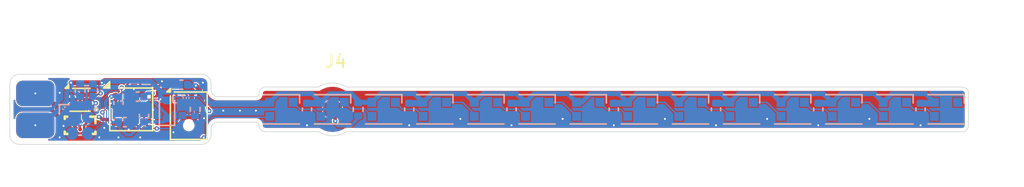
<source format=kicad_pcb>
(kicad_pcb (version 20240108) (generator "pcbnew") (generator_version "8.0")
  (layers (0 "F.Cu" signal) (31 "B.Cu" signal) (34 "B.Paste" user) (35 "F.Paste" user) (36 "B.SilkS" user "B.Silkscreen") (37 "F.SilkS" user "F.Silkscreen") (38 "B.Mask" user) (39 "F.Mask" user) (44 "Edge.Cuts" user))
  (net 0 "")
  (net 1 "Net-(U2-BAT)")
  (net 2 "-BATT")
  (net 3 "VDD")
  (net 4 "GND")
  (net 5 "Net-(D1-DOUT)")
  (net 6 "LED_D")
  (net 7 "+BATT")
  (net 8 "Net-(D2-DOUT)")
  (net 9 "Net-(D3-DOUT)")
  (net 10 "Net-(D4-DOUT)")
  (net 11 "Net-(D5-DOUT)")
  (net 12 "Net-(D6-DOUT)")
  (net 13 "Net-(D7-DOUT)")
  (net 14 "LED_SNS")
  (net 15 "SPI_CLK")
  (net 16 "SPI_MISO")
  (net 17 "Net-(J4-Pin_1)")
  (net 27 "SWDIO")
  (net 44 "SWCLK")
  (net 52 "Net-(U2-Dout)")
  (net 53 "Net-(U2-Cout)")
  (net 55 "Net-(D11-DIN)")
  (net 56 "Net-(D11-DOUT)")
  (net 57 "Net-(D12-DOUT)")
  (net 58 "Net-(D13-DOUT)")
  (net 59 "Net-(D14-DOUT)")
  (net 60 "Net-(D15-DOUT)")
  (footprint "Package_CSP:ST_WLCSP-49_Die435" (layer "F.Cu") (at 174.5 71)
    (property "Reference" "U1" (hide yes))
    (property "Value" "STM32L431CCYx")
  )
  (footprint "SolderPads:Battery" (layer "F.Cu") (at 167 71 180)
    (property "Reference" "J1" (hide yes))
    (property "Value" "Battery")
  )
  (footprint "CSD83325L:YJE0006A" (layer "F.Cu") (at 170.5 72.25 -90)
    (property "Reference" "U3" (hide yes))
    (property "Value" "CSD83325L")
  )
  (footprint "Package_SON:WSON-6_1.5x1.5mm_P0.5mm" (layer "F.Cu") (at 170.5 70.25)
    (property "Reference" "U2" (hide yes))
    (property "Value" "BQ297xy")
  )
  (footprint "Sensor_Audio:Knowles_LGA-5_3.5x2.65mm" (layer "F.Cu") (at 179 71.5)
    (property "Reference" "MK1" (hide yes))
    (property "Value" "SPH0641LU4H-1")
  )
  (footprint "SolderPads:MageneticChargeConnector" (layer "F.Cu") (at 190.25 71)
    (property "Reference" "J4")
    (property "Value" "Charge")
  )
  (footprint "LED_SMD:LED_0402_1005Metric" (layer "B.Cu") (at 178.5 71 -90)
    (property "Reference" "D9" (hide yes))
    (property "Value" "0402")
  )
  (footprint "LED_SMD:LED_WS2812B-2020_PLCC4_2.0x2.0mm" (layer "B.Cu") (at 214.25 71 180)
    (property "Reference" "D8" (hide yes))
    (property "Value" "WS2812B-2020")
  )
  (footprint "Resistor_SMD:R_0402_1005Metric" (layer "B.Cu") (at 179.5 71 90)
    (property "Reference" "R1" (hide yes))
    (property "Value" "1M")
  )
  (footprint "Capacitor_SMD:C_0402_1005Metric" (layer "B.Cu") (at 188.25 71 -90)
    (property "Reference" "C7" (hide yes))
    (property "Value" "100n")
  )
  (footprint "Capacitor_SMD:C_0402_1005Metric" (layer "B.Cu") (at 175 70 180)
    (property "Reference" "C5" (hide yes))
    (property "Value" "100n")
  )
  (footprint "Resistor_SMD:R_0402_1005Metric" (layer "B.Cu") (at 170.5 69.5 90)
    (property "Reference" "R3" (hide yes))
    (property "Value" "330")
  )
  (footprint "Capacitor_SMD:C_0402_1005Metric" (layer "B.Cu") (at 175.5 71.5 90)
    (property "Reference" "C3" (hide yes))
    (property "Value" "100n")
  )
  (footprint "Capacitor_SMD:C_0402_1005Metric" (layer "B.Cu") (at 204.25 71 -90)
    (property "Reference" "C9" (hide yes))
    (property "Value" "100n")
  )
  (footprint "LED_SMD:LED_WS2812B-2020_PLCC4_2.0x2.0mm" (layer "B.Cu") (at 202.25 71 180)
    (property "Reference" "D5" (hide yes))
    (property "Value" "WS2812B-2020")
  )
  (footprint "Resistor_SMD:R_0402_1005Metric" (layer "B.Cu") (at 192.25 71 -90)
    (property "Reference" "R2" (hide yes))
    (property "Value" "120")
  )
  (footprint "Capacitor_SMD:C_0402_1005Metric" (layer "B.Cu") (at 228.25 71 -90)
    (property "Reference" "C12" (hide yes))
    (property "Value" "100n")
  )
  (footprint "SolderPads:BGA-4_2x2_3.0x3.0mm" (layer "B.Cu") (at 170.5 72.25 180)
    (property "Reference" "J2" (hide yes))
    (property "Value" "Debug" (hide yes))
  )
  (footprint "LED_SMD:LED_WS2812B-2020_PLCC4_2.0x2.0mm" (layer "B.Cu") (at 226.25 71 180)
    (property "Reference" "D13" (hide yes))
    (property "Value" "WS2812B-2020")
  )
  (footprint "LED_SMD:LED_WS2812B-2020_PLCC4_2.0x2.0mm" (layer "B.Cu") (at 190.25 71 180)
    (property "Reference" "D2" (hide yes))
    (property "Value" "WS2812B-2020")
  )
  (footprint "Capacitor_SMD:C_0402_1005Metric" (layer "B.Cu") (at 173.5 70.5 -90)
    (property "Reference" "C2" (hide yes))
    (property "Value" "100n")
  )
  (footprint "LED_SMD:LED_WS2812B-2020_PLCC4_2.0x2.0mm" (layer "B.Cu") (at 230.25 71 180)
    (property "Reference" "D14" (hide yes))
    (property "Value" "WS2812B-2020")
  )
  (footprint "Diode_SMD:D_SOD-523" (layer "B.Cu") (at 177.3 71 90)
    (property "Reference" "D10" (hide yes))
    (property "Value" "D_Small")
  )
  (footprint "Capacitor_SMD:C_0402_1005Metric" (layer "B.Cu") (at 171.5 69.5 -90)
    (property "Reference" "C1" (hide yes))
    (property "Value" "100n")
  )
  (footprint "Capacitor_SMD:C_0402_1005Metric" (layer "B.Cu") (at 196.25 71 -90)
    (property "Reference" "C8" (hide yes))
    (property "Value" "100n")
  )
  (footprint "Capacitor_SMD:C_0402_1005Metric" (layer "B.Cu") (at 178.42 69.07 180)
    (property "Reference" "C6" (hide yes))
    (property "Value" "100n")
  )
  (footprint "Capacitor_SMD:C_0402_1005Metric" (layer "B.Cu") (at 220.25 71 -90)
    (property "Reference" "C13" (hide yes))
    (property "Value" "100n")
  )
  (footprint "SolderPads:Battery" (layer "B.Cu") (at 167 71 180)
    (property "Reference" "J3" (hide yes))
    (property "Value" "Battery")
  )
  (footprint "LED_SMD:LED_WS2812B-2020_PLCC4_2.0x2.0mm" (layer "B.Cu") (at 238.25 71 180)
    (property "Reference" "D16" (hide yes))
    (property "Value" "WS2812B-2020")
  )
  (footprint "LED_SMD:LED_WS2812B-2020_PLCC4_2.0x2.0mm" (layer "B.Cu") (at 210.25 71 180)
    (property "Reference" "D7" (hide yes))
    (property "Value" "WS2812B-2020")
  )
  (footprint "LED_SMD:LED_WS2812B-2020_PLCC4_2.0x2.0mm" (layer "B.Cu") (at 234.25 71 180)
    (property "Reference" "D15" (hide yes))
    (property "Value" "WS2812B-2020")
  )
  (footprint "LED_SMD:LED_WS2812B-2020_PLCC4_2.0x2.0mm" (layer "B.Cu") (at 198.25 71 180)
    (property "Reference" "D4" (hide yes))
    (property "Value" "WS2812B-2020")
  )
  (footprint "Capacitor_SMD:C_0402_1005Metric" (layer "B.Cu") (at 236.25 71 -90)
    (property "Reference" "C11" (hide yes))
    (property "Value" "100n")
  )
  (footprint "LED_SMD:LED_WS2812B-2020_PLCC4_2.0x2.0mm" (layer "B.Cu") (at 186.25 71 180)
    (property "Reference" "D1" (hide yes))
    (property "Value" "WS2812B-2020")
  )
  (footprint "LED_SMD:LED_WS2812B-2020_PLCC4_2.0x2.0mm" (layer "B.Cu") (at 206.25 71 180)
    (property "Reference" "D6" (hide yes))
    (property "Value" "WS2812B-2020")
  )
  (footprint "LED_SMD:LED_WS2812B-2020_PLCC4_2.0x2.0mm" (layer "B.Cu") (at 222.25 71 180)
    (property "Reference" "D12" (hide yes))
    (property "Value" "WS2812B-2020")
  )
  (footprint "LED_SMD:LED_WS2812B-2020_PLCC4_2.0x2.0mm" (layer "B.Cu") (at 218.25 71 180)
    (property "Reference" "D11" (hide yes))
    (property "Value" "WS2812B-2020")
  )
  (footprint "Capacitor_SMD:C_0402_1005Metric" (layer "B.Cu") (at 174 72)
    (property "Reference" "C4" (hide yes))
    (property "Value" "100n")
  )
  (footprint "LED_SMD:LED_WS2812B-2020_PLCC4_2.0x2.0mm" (layer "B.Cu") (at 194.25 71 180)
    (property "Reference" "D3" (hide yes))
    (property "Value" "WS2812B-2020")
  )
  (footprint "Capacitor_SMD:C_0402_1005Metric" (layer "B.Cu") (at 212.25 71 -90)
    (property "Reference" "C10" (hide yes))
    (property "Value" "100n")
  )
  (gr_arc (start 184.25 72) (mid 184.426777 72.073223) (end 184.5 72.25) (stroke (width 0.05)) (layer "Edge.Cuts"))
  (gr_arc (start 180.75 73) (mid 180.53033 73.53033) (end 180 73.75) (stroke (width 0.05)) (layer "Edge.Cuts"))
  (gr_line (start 181.25 70) (end 184.25 70) (stroke (width 0.05)) (layer "Edge.Cuts"))
  (gr_line (start 184.25 72) (end 181.25 72) (stroke (width 0.05)) (layer "Edge.Cuts"))
  (gr_arc (start 180.75 72.5) (mid 180.896447 72.146447) (end 181.25 72) (stroke (width 0.05)) (layer "Edge.Cuts"))
  (gr_line (start 191.35 69.250001) (end 239.5 69.25) (stroke (width 0.05)) (layer "Edge.Cuts"))
  (gr_line (start 165 73) (end 165 69) (stroke (width 0.05)) (layer "Edge.Cuts"))
  (gr_line (start 180 73.75) (end 165.75 73.75) (stroke (width 0.05)) (layer "Edge.Cuts"))
  (gr_arc (start 185 72.75) (mid 184.646447 72.603553) (end 184.5 72.25) (stroke (width 0.05)) (layer "Edge.Cuts"))
  (gr_arc (start 189.15 69.250001) (mid 190.25 68.932998) (end 191.35 69.250001) (stroke (width 0.05)) (layer "Edge.Cuts"))
  (gr_arc (start 180 68.25) (mid 180.53033 68.46967) (end 180.75 69) (stroke (width 0.05)) (layer "Edge.Cuts"))
  (gr_arc (start 181.25 70) (mid 180.896447 69.853553) (end 180.75 69.5) (stroke (width 0.05)) (layer "Edge.Cuts"))
  (gr_line (start 240 69.75) (end 240 72.25) (stroke (width 0.05)) (layer "Edge.Cuts"))
  (gr_line (start 189.149999 72.749999) (end 185 72.75) (stroke (width 0.05)) (layer "Edge.Cuts"))
  (gr_arc (start 191.35 72.749999) (mid 190.25 73.067002) (end 189.149999 72.749999) (stroke (width 0.05)) (layer "Edge.Cuts"))
  (gr_line (start 239.5 72.75) (end 191.35 72.749999) (stroke (width 0.05)) (layer "Edge.Cuts"))
  (gr_arc (start 165 69) (mid 165.21967 68.46967) (end 165.75 68.25) (stroke (width 0.05)) (layer "Edge.Cuts"))
  (gr_line (start 180.75 69.5) (end 180.75 69) (stroke (width 0.05)) (layer "Edge.Cuts"))
  (gr_arc (start 184.5 69.75) (mid 184.646447 69.396447) (end 185 69.25) (stroke (width 0.05)) (layer "Edge.Cuts"))
  (gr_arc (start 240 72.25) (mid 239.853553 72.603553) (end 239.5 72.75) (stroke (width 0.05)) (layer "Edge.Cuts"))
  (gr_arc (start 184.5 69.75) (mid 184.426777 69.926777) (end 184.25 70) (stroke (width 0.05)) (layer "Edge.Cuts"))
  (gr_line (start 180.75 72.5) (end 180.75 73) (stroke (width 0.05)) (layer "Edge.Cuts"))
  (gr_arc (start 239.5 69.25) (mid 239.853553 69.396447) (end 240 69.75) (stroke (width 0.05)) (layer "Edge.Cuts"))
  (gr_arc (start 165.75 73.75) (mid 165.21967 73.53033) (end 165 73) (stroke (width 0.05)) (layer "Edge.Cuts"))
  (gr_line (start 165.75 68.25) (end 180 68.25) (stroke (width 0.05)) (layer "Edge.Cuts"))
  (gr_line (start 189.15 69.250001) (end 185 69.25) (stroke (width 0.05)) (layer "Edge.Cuts"))
  (segment (start 172.1 69.75) (end 172.04 69.81) (width 0.127) (layer "F.Cu") (net 1))
  (segment (start 171.45 70.25) (end 171.075 70.25) (width 0.127) (layer "F.Cu") (net 1))
  (segment (start 172.04 69.81) (end 171.89 69.81) (width 0.127) (layer "F.Cu") (net 1))
  (segment (start 171.89 69.81) (end 171.45 70.25) (width 0.127) (layer "F.Cu") (net 1))
  (via (at 172.1 69.75) (size 0.35) (drill 0.15) (layers "F.Cu" "B.Cu") (net 1))
  (segment (start 170.53 69.02) (end 170.5 68.99) (width 0.127) (layer "B.Cu") (net 1))
  (segment (start 172.1 69.62) (end 171.5 69.02) (width 0.127) (layer "B.Cu") (net 1))
  (segment (start 172.1 69.75) (end 172.1 69.62) (width 0.127) (layer "B.Cu") (net 1))
  (segment (start 171.5 69.02) (end 170.53 69.02) (width 0.127) (layer "B.Cu") (net 1))
  (segment (start 169.7625 71.924999) (end 169.850001 71.924999) (width 0.381) (layer "F.Cu") (net 2))
  (segment (start 170.630519 72.8901) (end 170.815099 72.70552) (width 0.1778) (layer "F.Cu") (net 2))
  (segment (start 170.1651 72.685719) (end 170.369481 72.8901) (width 0.1778) (layer "F.Cu") (net 2))
  (segment (start 171.49 70.75) (end 171.075 70.75) (width 0.127) (layer "F.Cu") (net 2))
  (segment (start 170.815099 72.70552) (end 170.815099 72.259901) (width 0.1778) (layer "F.Cu") (net 2))
  (segment (start 167 69.75) (end 167.587501 69.75) (width 0.381) (layer "F.Cu") (net 2))
  (segment (start 167.587501 69.75) (end 169.7625 71.924999) (width 0.381) (layer "F.Cu") (net 2))
  (segment (start 171.075 71.849998) (end 171.150001 71.924999) (width 0.127) (layer "F.Cu") (net 2))
  (segment (start 171.72 70.52) (end 171.49 70.75) (width 0.127) (layer "F.Cu") (net 2))
  (segment (start 169.850001 72.129383) (end 170.1651 72.444482) (width 0.1778) (layer "F.Cu") (net 2))
  (segment (start 170.369481 72.8901) (end 170.630519 72.8901) (width 0.1778) (layer "F.Cu") (net 2))
  (segment (start 169.850001 71.924999) (end 169.850001 72.129383) (width 0.1778) (layer "F.Cu") (net 2))
  (segment (start 170.1651 72.444482) (end 170.1651 72.685719) (width 0.1778) (layer "F.Cu") (net 2))
  (segment (start 167 69.75) (end 167.323289 70.073289) (width 0.381) (layer "F.Cu") (net 2))
  (segment (start 171.075 70.75) (end 171.075 71.849998) (width 0.127) (layer "F.Cu") (net 2))
  (segment (start 170.815099 72.259901) (end 171.150001 71.924999) (width 0.1778) (layer "F.Cu") (net 2))
  (via (at 167 69.75) (size 0.35) (drill 0.15) (layers "F.Cu" "B.Cu") (net 2))
  (via (at 171.72 70.52) (size 0.35) (drill 0.15) (layers "F.Cu" "B.Cu") (net 2))
  (segment (start 171.5 70.3) (end 171.5 69.98) (width 0.127) (layer "B.Cu") (net 2))
  (segment (start 171.72 70.52) (end 171.5 70.3) (width 0.127) (layer "B.Cu") (net 2))
  (segment (start 173.14 69.8) (end 173.3 69.8) (width 0.127) (layer "F.Cu") (net 3))
  (segment (start 173.06 72.2) (end 172.87 72.01) (width 0.127) (layer "F.Cu") (net 3))
  (segment (start 172.031187 71.589701) (end 172.239486 71.798) (width 0.254) (layer "F.Cu") (net 3))
  (segment (start 172.239486 71.798) (end 172.658 71.798) (width 0.254) (layer "F.Cu") (net 3))
  (segment (start 179.8375 70.196) (end 179.8375 69.4275) (width 0.381) (layer "F.Cu") (net 3))
  (segment (start 180.6 70.9585) (end 179.8375 70.196) (width 0.127) (layer "F.Cu") (net 3))
  (segment (start 172.95 69.99) (end 173.14 69.8) (width 0.127) (layer "F.Cu") (net 3))
  (segment (start 179.8375 69.4275) (end 179.55 69.14) (width 0.381) (layer "F.Cu") (net 3))
  (segment (start 176.086956 69.8) (end 176.155231 69.731725) (width 0.127) (layer "F.Cu") (net 3))
  (segment (start 180.6 71.13) (end 180.6 70.9585) (width 0.127) (layer "F.Cu") (net 3))
  (segment (start 173.3 72.2) (end 173.06 72.2) (width 0.127) (layer "F.Cu") (net 3))
  (segment (start 175.7 71.8) (end 175.97 71.8) (width 0.127) (layer "F.Cu") (net 3))
  (segment (start 175.97 71.8) (end 176.15 71.98) (width 0.127) (layer "F.Cu") (net 3))
  (segment (start 171.968071 71.589701) (end 172.031187 71.589701) (width 0.254) (layer "F.Cu") (net 3))
  (segment (start 172.658 71.798) (end 172.87 72.01) (width 0.254) (layer "F.Cu") (net 3))
  (segment (start 175.7 69.8) (end 176.086956 69.8) (width 0.127) (layer "F.Cu") (net 3))
  (via (at 176.155231 69.731725) (size 0.35) (drill 0.15) (layers "F.Cu" "B.Cu") (net 3))
  (via (at 172.95 69.99) (size 0.35) (drill 0.15) (layers "F.Cu" "B.Cu") (net 3))
  (via (at 171.968071 71.589701) (size 0.35) (drill 0.15) (layers "F.Cu" "B.Cu") (net 3))
  (via (at 180.6 71.13) (size 0.35) (drill 0.15) (layers "F.Cu" "B.Cu") (net 3))
  (via (at 172.87 72.01) (size 0.35) (drill 0.15) (layers "F.Cu" "B.Cu") (net 3))
  (via (at 179.55 69.14) (size 0.35) (drill 0.15) (layers "F.Cu" "B.Cu") (net 3))
  (via (at 176.15 71.98) (size 0.35) (drill 0.15) (layers "F.Cu" "B.Cu") (net 3))
  (segment (start 176.155231 70.293745) (end 176.155231 69.731725) (width 0.254) (layer "B.Cu") (net 3))
  (segment (start 172.84 71.038514) (end 172.84 71.98) (width 0.254) (layer "B.Cu") (net 3))
  (segment (start 179.783026 70) (end 180.4103 70.627274) (width 0.127) (layer "B.Cu") (net 3))
  (segment (start 180.4103 70.627274) (end 180.4103 70.9403) (width 0.127) (layer "B.Cu") (net 3))
  (segment (start 176.155231 69.731725) (end 175.748275 69.731725) (width 0.254) (layer "B.Cu") (net 3))
  (segment (start 173.47 69.99) (end 173.5 70.02) (width 0.254) (layer "B.Cu") (net 3))
  (segment (start 174.133486 72.992) (end 174.488 72.992) (width 0.254) (layer "B.Cu") (net 3))
  (segment (start 172.95 69.99) (end 173.47 69.99) (width 0.254) (layer "B.Cu") (net 3))
  (segment (start 172.84 71.98) (end 172.87 72.01) (width 0.254) (layer "B.Cu") (net 3))
  (segment (start 172.498 70.696514) (end 172.84 71.038514) (width 0.254) (layer "B.Cu") (net 3))
  (segment (start 178.97 69.14) (end 178.9 69.07) (width 0.381) (layer "B.Cu") (net 3))
  (segment (start 172.812 70.128) (end 172.733486 70.128) (width 0.254) (layer "B.Cu") (net 3))
  (segment (start 175.5 71.98) (end 176.15 71.98) (width 0.254) (layer "B.Cu") (net 3))
  (segment (start 172.498 70.363486) (end 172.498 70.696514) (width 0.254) (layer "B.Cu") (net 3))
  (segment (start 173.52 72) (end 173.52 72.378514) (width 0.254) (layer "B.Cu") (net 3))
  (segment (start 171.968071 71.589701) (end 171.942772 71.615) (width 0.254) (layer "B.Cu") (net 3))
  (segment (start 177.3 71.438514) (end 177.561486 71.438514) (width 0.127) (layer "B.Cu") (net 3))
  (segment (start 177.3 71.438514) (end 176.155231 70.293745) (width 0.254) (layer "B.Cu") (net 3))
  (segment (start 177.3 71.725) (end 177.3 71.438514) (width 0.254) (layer "B.Cu") (net 3))
  (segment (start 179.55 69.14) (end 178.97 69.14) (width 0.381) (layer "B.Cu") (net 3))
  (segment (start 177.561486 71.438514) (end 177.9 71.1) (width 0.127) (layer "B.Cu") (net 3))
  (segment (start 172.87 72.01) (end 173.51 72.01) (width 0.254) (layer "B.Cu") (net 3))
  (segment (start 174.488 72.992) (end 175.5 71.98) (width 0.254) (layer "B.Cu") (net 3))
  (segment (start 175.748275 69.731725) (end 175.48 70) (width 0.254) (layer "B.Cu") (net 3))
  (segment (start 173.52 72.378514) (end 174.133486 72.992) (width 0.254) (layer "B.Cu") (net 3))
  (segment (start 173.51 72.01) (end 173.52 72) (width 0.254) (layer "B.Cu") (net 3))
  (segment (start 177.045 71.98) (end 176.15 71.98) (width 0.254) (layer "B.Cu") (net 3))
  (segment (start 171.942772 71.615) (end 171.135 71.615) (width 0.254) (layer "B.Cu") (net 3))
  (segment (start 177.9 70.1) (end 178 70) (width 0.127) (layer "B.Cu") (net 3))
  (segment (start 177.3 71.725) (end 177.045 71.98) (width 0.254) (layer "B.Cu") (net 3))
  (segment (start 178 70) (end 179.783026 70) (width 0.127) (layer "B.Cu") (net 3))
  (segment (start 172.733486 70.128) (end 172.498 70.363486) (width 0.254) (layer "B.Cu") (net 3))
  (segment (start 172.95 69.99) (end 172.812 70.128) (width 0.254) (layer "B.Cu") (net 3))
  (segment (start 180.4103 70.9403) (end 180.6 71.13) (width 0.127) (layer "B.Cu") (net 3))
  (segment (start 177.9 71.1) (end 177.9 70.1) (width 0.127) (layer "B.Cu") (net 3))
  (segment (start 175.3 69.8) (end 174.92 69.42) (width 0.127) (layer "F.Cu") (net 4))
  (segment (start 179.3175 72.9325) (end 180 72.25) (width 0.127) (layer "F.Cu") (net 4))
  (segment (start 179 72.9325) (end 178.3175 72.9325) (width 0.127) (layer "F.Cu") (net 4))
  (segment (start 179 71.316155) (end 179 71.563845) (width 0.127) (layer "F.Cu") (net 4))
  (segment (start 172.9 70.53) (end 173.23 70.2) (width 0.127) (layer "F.Cu") (net 4))
  (segment (start 173.23 70.2) (end 173.3 70.2) (width 0.127) (layer "F.Cu") (net 4))
  (segment (start 174.92 69.42) (end 174.7 69.42) (width 0.127) (layer "F.Cu") (net 4))
  (segment (start 175.84 71.4) (end 176.2 71.04) (width 0.127) (layer "F.Cu") (net 4))
  (segment (start 178.3175 72.9325) (end 178.25 73) (width 0.127) (layer "F.Cu") (net 4))
  (segment (start 173.7 72.2) (end 174.09 72.59) (width 0.127) (layer "F.Cu") (net 4))
  (segment (start 174.09 72.59) (end 174.3 72.59) (width 0.127) (layer "F.Cu") (net 4))
  (segment (start 175.7 71.4) (end 175.84 71.4) (width 0.127) (layer "F.Cu") (net 4))
  (segment (start 179 72.9325) (end 179.3175 72.9325) (width 0.127) (layer "F.Cu") (net 4))
  (via (at 180.1 68.9) (size 0.35) (drill 0.15) (layers "F.Cu" "B.Cu") (net 4))
  (via (at 181.7 71.1) (size 0.35) (drill 0.15) (layers "F.Cu" "B.Cu") (net 4))
  (via (at 173.5 73.2) (size 0.35) (drill 0.15) (layers "F.Cu" "B.Cu") (net 4))
  (via (at 196.25 72.25) (size 0.35) (drill 0.15) (layers "F.Cu" "B.Cu") (net 4))
  (via (at 168.9 73.2) (size 0.35) (drill 0.15) (layers "F.Cu" "B.Cu") (net 4))
  (via (at 172 73.2) (size 0.35) (drill 0.15) (layers "F.Cu" "B.Cu") (net 4))
  (via (at 180.2 71.7) (size 0.35) (drill 0.15) (layers "F.Cu" "B.Cu") (net 4))
  (via (at 175.2 73.2) (size 0.35) (drill 0.15) (layers "F.Cu" "B.Cu") (net 4))
  (via (at 172.39 72.45) (size 0.35) (drill 0.15) (layers "F.Cu" "B.Cu") (net 4))
  (via (at 174.7 69.42) (size 0.35) (drill 0.15) (layers "F.Cu" "B.Cu") (net 4))
  (via (at 204.25 72.25) (size 0.35) (drill 0.15) (layers "F.Cu" "B.Cu") (net 4))
  (via (at 216.25 71.75) (size 0.35) (drill 0.15) (layers "F.Cu" "B.Cu") (net 4))
  (via (at 208.25 71.75) (size 0.35) (drill 0.15) (layers "F.Cu" "B.Cu") (net 4))
  (via (at 200.25 71.75) (size 0.35) (drill 0.15) (layers "F.Cu" "B.Cu") (net 4))
  (via (at 188.25 72.25) (size 0.35) (drill 0.15) (layers "F.Cu" "B.Cu") (net 4))
  (via (at 172.9 70.53) (size 0.35) (drill 0.15) (layers "F.Cu" "B.Cu") (net 4))
  (via (at 228.25 72.25) (size 0.35) (drill 0.15) (layers "F.Cu" "B.Cu") (net 4))
  (via (at 176.9 68.8) (size 0.35) (drill 0.15) (layers "F.Cu" "B.Cu") (net 4))
  (via (at 232.25 71.75) (size 0.35) (drill 0.15) (layers "F.Cu" "B.Cu") (net 4))
  (via (at 169.2 72.3) (size 0.35) (drill 0.15) (layers "F.Cu" "B.Cu") (net 4))
  (via (at 176.2 71.04) (size 0.35) (drill 0.15) (layers "F.Cu" "B.Cu") (net 4))
  (via (at 177.8 72.8) (size 0.35) (drill 0.15) (layers "F.Cu" "B.Cu") (net 4))
  (via (at 212.25 72.25) (size 0.35) (drill 0.15) (layers "F.Cu" "B.Cu") (net 4))
  (via (at 183 71.1) (size 0.35) (drill 0.15) (layers "F.Cu" "B.Cu") (net 4))
  (via (at 168.9 69.7) (size 0.35) (drill 0.15) (layers "F.Cu" "B.Cu") (net 4))
  (via (at 184.25 71.1) (size 0.35) (drill 0.15) (layers "F.Cu" "B.Cu") (net 4))
  (via (at 224.25 71.75) (size 0.35) (drill 0.15) (layers "F.Cu" "B.Cu") (net 4))
  (via (at 220.25 72.25) (size 0.35) (drill 0.15) (layers "F.Cu" "B.Cu") (net 4))
  (via (at 236.25 72.25) (size 0.35) (drill 0.15) (layers "F.Cu" "B.Cu") (net 4))
  (via (at 171.8 71.04) (size 0.35) (drill 0.15) (layers "F.Cu" "B.Cu") (net 4))
  (via (at 174.3 72.59) (size 0.35) (drill 0.15) (layers "F.Cu" "B.Cu") (net 4))
  (via (at 172.7 69.3) (size 0.35) (drill 0.15) (layers "F.Cu" "B.Cu") (net 4))
  (segment (start 174.7 69.42) (end 174.7 69.82) (width 0.254) (layer "B.Cu") (net 4))
  (segment (start 175.52 71.04) (end 175.5 71.02) (width 0.254) (layer "B.Cu") (net 4))
  (segment (start 175.46 70.98) (end 175.5 71.02) (width 0.254) (layer "B.Cu") (net 4))
  (segment (start 174.3 72.59) (end 174.3 72.18) (width 0.254) (layer "B.Cu") (net 4))
  (segment (start 174.48 72) (end 174.48 70.04) (width 0.254) (layer "B.Cu") (net 4))
  (segment (start 173.5 70.98) (end 175.46 70.98) (width 0.254) (layer "B.Cu") (net 4))
  (segment (start 174.3 72.18) (end 174.48 72) (width 0.254) (layer "B.Cu") (net 4))
  (segment (start 172.9 70.53) (end 173.35 70.98) (width 0.254) (layer "B.Cu") (net 4))
  (segment (start 176.2 71.04) (end 175.52 71.04) (width 0.254) (layer "B.Cu") (net 4))
  (segment (start 174.7 69.82) (end 174.52 70) (width 0.254) (layer "B.Cu") (net 4))
  (segment (start 174.48 70.04) (end 174.52 70) (width 0.254) (layer "B.Cu") (net 4))
  (segment (start 173.35 70.98) (end 173.5 70.98) (width 0.254) (layer "B.Cu") (net 4))
  (segment (start 187.708 70.993) (end 188.778 70.993) (width 0.127) (layer "B.Cu") (net 5))
  (segment (start 187.165 70.45) (end 187.708 70.993) (width 0.127) (layer "B.Cu") (net 5))
  (segment (start 188.778 70.993) (end 189.335 71.55) (width 0.127) (layer "B.Cu") (net 5))
  (segment (start 176 73.3) (end 174.9 72.2) (width 0.127) (layer "F.Cu") (net 6))
  (segment (start 180.1693 73.213709) (end 180.083009 73.3) (width 0.127) (layer "F.Cu") (net 6))
  (segment (start 180.083009 73.3) (end 176 73.3) (width 0.127) (layer "F.Cu") (net 6))
  (via (at 180.1693 73.213709) (size 0.35) (drill 0.15) (layers "F.Cu" "B.Cu") (net 6))
  (segment (start 180.1693 73.213709) (end 180.381308 73.001701) (width 0.127) (layer "B.Cu") (net 6))
  (segment (start 180.889562 71.635218) (end 181.130047 71.635218) (width 0.127) (layer "B.Cu") (net 6))
  (segment (start 185.258283 71.626717) (end 185.335 71.55) (width 0.127) (layer "B.Cu") (net 6))
  (segment (start 180.381308 73.001701) (end 180.381308 72.143472) (width 0.127) (layer "B.Cu") (net 6))
  (segment (start 180.381308 72.143472) (end 180.889562 71.635218) (width 0.127) (layer "B.Cu") (net 6))
  (segment (start 181.390537 71.626717) (end 185.258283 71.626717) (width 0.127) (layer "B.Cu") (net 6))
  (segment (start 181.130047 71.635218) (end 181.390537 71.626717) (width 0.127) (layer "B.Cu") (net 6))
  (segment (start 175.3 70.2) (end 176.78 70.2) (width 0.0762) (layer "F.Cu") (net 7))
  (segment (start 169.79 68.9145) (end 172.2 68.9145) (width 0.381) (layer "F.Cu") (net 7))
  (segment (start 176.78 70.2) (end 176.7845 70.2045) (width 0.0762) (layer "F.Cu") (net 7))
  (via (at 167 72.25) (size 0.35) (drill 0.15) (layers "F.Cu" "B.Cu") (net 7))
  (via (at 176.7845 70.2045) (size 0.35) (drill 0.15) (layers "F.Cu" "B.Cu") (net 7))
  (via (at 169.79 68.9145) (size 0.35) (drill 0.15) (layers "F.Cu" "B.Cu") (net 7))
  (via (at 172.2 68.9145) (size 0.35) (drill 0.15) (layers "F.Cu" "B.Cu") (net 7))
  (segment (start 202.0152 69.7698) (end 204.6548 69.7698) (width 0.381) (layer "B.Cu") (net 7))
  (segment (start 169.79 69.3) (end 170.12 69.63) (width 0.381) (layer "B.Cu") (net 7))
  (segment (start 217.335 70.45) (end 218.0152 69.7698) (width 0.381) (layer "B.Cu") (net 7))
  (segment (start 218.0152 69.7698) (end 220.6548 69.7698) (width 0.381) (layer "B.Cu") (net 7))
  (segment (start 179.8967 69.6467) (end 180.804 70.554) (width 0.381) (layer "B.Cu") (net 7))
  (segment (start 172.3145 68.8) (end 176.03 68.8) (width 0.381) (layer "B.Cu") (net 7))
  (segment (start 205.335 70.45) (end 206.0152 69.7698) (width 0.381) (layer "B.Cu") (net 7))
  (segment (start 196.25 70.52) (end 197.265 70.52) (width 0.508) (layer "B.Cu") (net 7))
  (segment (start 167.558317 72.25) (end 169.45 70.358317) (width 0.381) (layer "B.Cu") (net 7))
  (segment (start 232.6548 69.7698) (end 233.335 70.45) (width 0.381) (layer "B.Cu") (net 7))
  (segment (start 196.6548 69.7698) (end 197.335 70.45) (width 0.381) (layer "B.Cu") (net 7))
  (segment (start 204.25 70.52) (end 205.265 70.52) (width 0.508) (layer "B.Cu") (net 7))
  (segment (start 189.335 70.45) (end 190.0152 69.7698) (width 0.381) (layer "B.Cu") (net 7))
  (segment (start 212.6548 69.7698) (end 213.335 70.45) (width 0.381) (layer "B.Cu") (net 7))
  (segment (start 180.804 70.554) (end 185.231 70.554) (width 0.508) (layer "B.Cu") (net 7))
  (segment (start 226.0152 69.7698) (end 228.6548 69.7698) (width 0.381) (layer "B.Cu") (net 7))
  (segment (start 194.0152 69.7698) (end 196.6548 69.7698) (width 0.381) (layer "B.Cu") (net 7))
  (segment (start 198.0152 69.7698) (end 200.6548 69.7698) (width 0.381) (layer "B.Cu") (net 7))
  (segment (start 172.2 68.9145) (end 172.3145 68.8) (width 0.381) (layer "B.Cu") (net 7))
  (segment (start 236.25 70.52) (end 237.265 70.52) (width 0.508) (layer "B.Cu") (net 7))
  (segment (start 234.0152 69.7698) (end 236.6548 69.7698) (width 0.381) (layer "B.Cu") (net 7))
  (segment (start 220.25 70.52) (end 221.265 70.52) (width 0.508) (layer "B.Cu") (net 7))
  (segment (start 189.265 70.52) (end 189.335 70.45) (width 0.508) (layer "B.Cu") (net 7))
  (segment (start 233.335 70.45) (end 234.0152 69.7698) (width 0.381) (layer "B.Cu") (net 7))
  (segment (start 188.6548 69.7698) (end 189.335 70.45) (width 0.381) (layer "B.Cu") (net 7))
  (segment (start 176.7845 69.5545) (end 176.7845 70.2045) (width 0.381) (layer "B.Cu") (net 7))
  (segment (start 221.335 70.45) (end 222.0152 69.7698) (width 0.381) (layer "B.Cu") (net 7))
  (segment (start 204.6548 69.7698) (end 205.335 70.45) (width 0.381) (layer "B.Cu") (net 7))
  (segment (start 208.6548 69.7698) (end 209.335 70.45) (width 0.381) (layer "B.Cu") (net 7))
  (segment (start 197.335 70.45) (end 198.0152 69.7698) (width 0.381) (layer "B.Cu") (net 7))
  (segment (start 228.6548 69.7698) (end 229.335 70.45) (width 0.381) (layer "B.Cu") (net 7))
  (segment (start 169.45 70.358317) (end 169.45 69.64) (width 0.381) (layer "B.Cu") (net 7))
  (segment (start 197.265 70.52) (end 197.335 70.45) (width 0.508) (layer "B.Cu") (net 7))
  (segment (start 176.03 68.8) (end 176.7845 69.5545) (width 0.381) (layer "B.Cu") (net 7))
  (segment (start 176.8767 69.6467) (end 179.8967 69.6467) (width 0.381) (layer "B.Cu") (net 7))
  (segment (start 213.265 70.52) (end 213.335 70.45) (width 0.508) (layer "B.Cu") (net 7))
  (segment (start 185.231 70.554) (end 185.335 70.45) (width 0.508) (layer "B.Cu") (net 7))
  (segment (start 224.6548 69.7698) (end 225.335 70.45) (width 0.381) (layer "B.Cu") (net 7))
  (segment (start 225.335 70.45) (end 226.0152 69.7698) (width 0.381) (layer "B.Cu") (net 7))
  (segment (start 221.265 70.52) (end 221.335 70.45) (width 0.508) (layer "B.Cu") (net 7))
  (segment (start 186.0152 69.7698) (end 188.6548 69.7698) (width 0.381) (layer "B.Cu") (net 7))
  (segment (start 209.335 70.45) (end 209.7456 70.45) (width 0.381) (layer "B.Cu") (net 7))
  (segment (start 206.0152 69.7698) (end 208.6548 69.7698) (width 0.381) (layer "B.Cu") (net 7))
  (segment (start 213.335 70.45) (end 214.0152 69.7698) (width 0.381) (layer "B.Cu") (net 7))
  (segment (start 191.7182 69.7698) (end 192.3984 70.45) (width 0.381) (layer "B.Cu") (net 7))
  (segment (start 236.6548 69.7698) (end 237.335 70.45) (width 0.381) (layer "B.Cu") (net 7))
  (segment (start 205.265 70.52) (end 205.335 70.45) (width 0.508) (layer "B.Cu") (net 7))
  (segment (start 200.6548 69.7698) (end 201.335 70.45) (width 0.381) (layer "B.Cu") (net 7))
  (segment (start 210.4258 69.7698) (end 212.6548 69.7698) (width 0.381) (layer "B.Cu") (net 7))
  (segment (start 216.6548 69.7698) (end 217.335 70.45) (width 0.381) (layer "B.Cu") (net 7))
  (segment (start 214.0152 69.7698) (end 216.6548 69.7698) (width 0.381) (layer "B.Cu") (net 7))
  (segment (start 229.335 70.45) (end 230.0152 69.7698) (width 0.381) (layer "B.Cu") (net 7))
  (segment (start 193.335 70.45) (end 194.0152 69.7698) (width 0.381) (layer "B.Cu") (net 7))
  (segment (start 212.25 70.52) (end 213.265 70.52) (width 0.508) (layer "B.Cu") (net 7))
  (segment (start 176.855 70.275) (end 176.7845 70.2045) (width 0.381) (layer "B.Cu") (net 7))
  (segment (start 220.6548 69.7698) (end 221.335 70.45) (width 0.381) (layer "B.Cu") (net 7))
  (segment (start 169.79 68.9145) (end 169.79 69.3) (width 0.381) (layer "B.Cu") (net 7))
  (segment (start 188.25 70.52) (end 189.265 70.52) (width 0.508) (layer "B.Cu") (net 7))
  (segment (start 169.45 69.64) (end 169.79 69.3) (width 0.381) (layer "B.Cu") (net 7))
  (segment (start 201.335 70.45) (end 202.0152 69.7698) (width 0.381) (layer "B.Cu") (net 7))
  (segment (start 228.25 70.52) (end 229.265 70.52) (width 0.508) (layer "B.Cu") (net 7))
  (segment (start 192.3984 70.45) (end 193.335 70.45) (width 0.381) (layer "B.Cu") (net 7))
  (segment (start 237.265 70.52) (end 237.335 70.45) (width 0.508) (layer "B.Cu") (net 7))
  (segment (start 222.0152 69.7698) (end 224.6548 69.7698) (width 0.381) (layer "B.Cu") (net 7))
  (segment (start 185.335 70.45) (end 186.0152 69.7698) (width 0.381) (layer "B.Cu") (net 7))
  (segment (start 177.3 70.275) (end 176.855 70.275) (width 0.381) (layer "B.Cu") (net 7))
  (segment (start 190.0152 69.7698) (end 191.7182 69.7698) (width 0.381) (layer "B.Cu") (net 7))
  (segment (start 167 72.25) (end 167.558317 72.25) (width 0.381) (layer "B.Cu") (net 7))
  (segment (start 176.7845 69.5545) (end 176.8767 69.6467) (width 0.381) (layer "B.Cu") (net 7))
  (segment (start 209.7456 70.45) (end 210.4258 69.7698) (width 0.381) (layer "B.Cu") (net 7))
  (segment (start 230.0152 69.7698) (end 232.6548 69.7698) (width 0.381) (layer "B.Cu") (net 7))
  (segment (start 229.265 70.52) (end 229.335 70.45) (width 0.508) (layer "B.Cu") (net 7))
  (segment (start 170.12 69.63) (end 170.5 70.01) (width 0.381) (layer "B.Cu") (net 7))
  (segment (start 191.165 70.45) (end 191.675 70.96) (width 0.127) (layer "B.Cu") (net 8))
  (segment (start 192.745 70.96) (end 193.335 71.55) (width 0.127) (layer "B.Cu") (net 8))
  (segment (start 191.675 70.96) (end 192.745 70.96) (width 0.127) (layer "B.Cu") (net 8))
  (segment (start 195.165 70.45) (end 195.708 70.993) (width 0.127) (layer "B.Cu") (net 9))
  (segment (start 196.778 70.993) (end 197.335 71.55) (width 0.127) (layer "B.Cu") (net 9))
  (segment (start 195.708 70.993) (end 196.778 70.993) (width 0.127) (layer "B.Cu") (net 9))
  (segment (start 201.335 71.358801) (end 201.335 71.55) (width 0.127) (layer "B.Cu") (net 10))
  (segment (start 200.426199 70.45) (end 201.335 71.358801) (width 0.127) (layer "B.Cu") (net 10))
  (segment (start 199.165 70.45) (end 200.426199 70.45) (width 0.127) (layer "B.Cu") (net 10))
  (segment (start 203.708 70.993) (end 204.778 70.993) (width 0.127) (layer "B.Cu") (net 11))
  (segment (start 203.165 70.45) (end 203.708 70.993) (width 0.127) (layer "B.Cu") (net 11))
  (segment (start 204.778 70.993) (end 205.335 71.55) (width 0.127) (layer "B.Cu") (net 11))
  (segment (start 208.235 70.45) (end 209.335 71.55) (width 0.127) (layer "B.Cu") (net 12))
  (segment (start 207.165 70.45) (end 208.235 70.45) (width 0.127) (layer "B.Cu") (net 12))
  (segment (start 211.165 70.45) (end 211.708 70.993) (width 0.127) (layer "B.Cu") (net 13))
  (segment (start 211.708 70.993) (end 212.778 70.993) (width 0.127) (layer "B.Cu") (net 13))
  (segment (start 212.778 70.993) (end 213.335 71.55) (width 0.127) (layer "B.Cu") (net 13))
  (segment (start 176 72.5) (end 175.7 72.2) (width 0.127) (layer "F.Cu") (net 14))
  (segment (start 176.5 72.5) (end 176 72.5) (width 0.127) (layer "F.Cu") (net 14))
  (via (at 176.5 72.5) (size 0.35) (drill 0.15) (layers "F.Cu" "B.Cu") (net 14))
  (segment (start 178.5 71.485) (end 177.485 72.5) (width 0.127) (layer "B.Cu") (net 14))
  (segment (start 179.475 71.485) (end 179.5 71.51) (width 0.127) (layer "B.Cu") (net 14))
  (segment (start 177.485 72.5) (end 177 72.5) (width 0.127) (layer "B.Cu") (net 14))
  (segment (start 178.5 71.485) (end 179.475 71.485) (width 0.127) (layer "B.Cu") (net 14))
  (segment (start 177 72.5) (end 176.5 72.5) (width 0.127) (layer "B.Cu") (net 14))
  (segment (start 178.1 69.15) (end 175.33 69.15) (width 0.127) (layer "F.Cu") (net 15))
  (segment (start 175.01 68.83) (end 174.41 68.83) (width 0.127) (layer "F.Cu") (net 15))
  (segment (start 179.468 71.018) (end 178.91 70.46) (width 0.127) (layer "F.Cu") (net 15))
  (segment (start 174.41 68.83) (end 174.1 69.14) (width 0.127) (layer "F.Cu") (net 15))
  (segment (start 174.1 69.14) (end 174.1 69.8) (width 0.127) (layer "F.Cu") (net 15))
  (segment (start 175.33 69.15) (end 175.01 68.83) (width 0.127) (layer "F.Cu") (net 15))
  (segment (start 178.91 69.96) (end 178.1 69.15) (width 0.127) (layer "F.Cu") (net 15))
  (segment (start 179.8375 71.018) (end 179.468 71.018) (width 0.127) (layer "F.Cu") (net 15))
  (segment (start 178.91 70.46) (end 178.91 69.96) (width 0.127) (layer "F.Cu") (net 15))
  (segment (start 174.33 69.63) (end 174.5 69.8) (width 0.127) (layer "F.Cu") (net 16))
  (segment (start 174.33 69.28) (end 174.33 69.63) (width 0.127) (layer "F.Cu") (net 16))
  (segment (start 178.1625 70.196) (end 178.09 70.1235) (width 0.127) (layer "F.Cu") (net 16))
  (segment (start 174.5285 69.0815) (end 174.33 69.28) (width 0.127) (layer "F.Cu") (net 16))
  (segment (start 174.9015 69.0815) (end 174.5285 69.0815) (width 0.127) (layer "F.Cu") (net 16))
  (segment (start 177.533225 69.393225) (end 175.213225 69.393225) (width 0.127) (layer "F.Cu") (net 16))
  (segment (start 178.09 69.95) (end 177.533225 69.393225) (width 0.127) (layer "F.Cu") (net 16))
  (segment (start 178.09 70.1235) (end 178.09 69.95) (width 0.127) (layer "F.Cu") (net 16))
  (segment (start 175.213225 69.393225) (end 174.9015 69.0815) (width 0.127) (layer "F.Cu") (net 16))
  (segment (start 190.46 71.92) (end 190.46 71.21) (width 0.254) (layer "F.Cu") (net 17))
  (segment (start 190.46 71.21) (end 190.25 71) (width 0.254) (layer "F.Cu") (net 17))
  (via (at 190.46 71.92) (size 0.35) (drill 0.15) (layers "F.Cu" "B.Cu") (net 17))
  (segment (start 191.65 72.3) (end 192.25 71.7) (width 0.254) (layer "B.Cu") (net 17))
  (segment (start 190.46 72.1) (end 190.66 72.3) (width 0.254) (layer "B.Cu") (net 17))
  (segment (start 192.25 71.7) (end 192.25 71.51) (width 0.254) (layer "B.Cu") (net 17))
  (segment (start 190.46 71.92) (end 190.46 72.1) (width 0.254) (layer "B.Cu") (net 17))
  (segment (start 190.66 72.3) (end 191.65 72.3) (width 0.254) (layer "B.Cu") (net 17))
  (segment (start 172.63 70.85) (end 173.05 70.85) (width 0.0762) (layer "F.Cu") (net 27))
  (segment (start 172.245 71.235) (end 172.63 70.85) (width 0.0762) (layer "F.Cu") (net 27))
  (segment (start 173.05 70.85) (end 173.7 70.2) (width 0.0762) (layer "F.Cu") (net 27))
  (via (at 172.245 71.235) (size 0.35) (drill 0.15) (layers "F.Cu" "B.Cu") (net 27))
  (segment (start 172.35 71.34) (end 172.35 71.67) (width 0.0762) (layer "B.Cu") (net 27))
  (segment (start 170.5207 72.2293) (end 169.865 72.885) (width 0.0762) (layer "B.Cu") (net 27))
  (segment (start 172.35 71.67) (end 171.7907 72.2293) (width 0.0762) (layer "B.Cu") (net 27))
  (segment (start 172.245 71.235) (end 172.35 71.34) (width 0.0762) (layer "B.Cu") (net 27))
  (segment (start 171.7907 72.2293) (end 170.5207 72.2293) (width 0.0762) (layer "B.Cu") (net 27))
  (segment (start 173.75 69.3) (end 173.75 69.75) (width 0.0762) (layer "F.Cu") (net 44))
  (segment (start 173.75 69.75) (end 173.7 69.8) (width 0.0762) (layer "F.Cu") (net 44))
  (via (at 173.75 69.3) (size 0.35) (drill 0.15) (layers "F.Cu" "B.Cu") (net 44))
  (segment (start 171.375 72.885) (end 171.135 72.885) (width 0.0762) (layer "B.Cu") (net 44))
  (segment (start 172.89 69.6) (end 172.2567 70.2333) (width 0.0762) (layer "B.Cu") (net 44))
  (segment (start 172.2567 70.2333) (end 172.2567 70.796464) (width 0.0762) (layer "B.Cu") (net 44))
  (segment (start 172.57 71.109764) (end 172.57 71.69) (width 0.0762) (layer "B.Cu") (net 44))
  (segment (start 173.4 69.6) (end 172.89 69.6) (width 0.0762) (layer "B.Cu") (net 44))
  (segment (start 172.2567 70.796464) (end 172.57 71.109764) (width 0.0762) (layer "B.Cu") (net 44))
  (segment (start 173.7 69.3) (end 173.4 69.6) (width 0.0762) (layer "B.Cu") (net 44))
  (segment (start 172.57 71.69) (end 171.375 72.885) (width 0.0762) (layer "B.Cu") (net 44))
  (segment (start 173.75 69.3) (end 173.7 69.3) (width 0.0762) (layer "B.Cu") (net 44))
  (segment (start 170.5 71.924999) (end 170.5 71.325) (width 0.127) (layer "F.Cu") (net 52))
  (segment (start 170.5 71.325) (end 169.925 70.75) (width 0.127) (layer "F.Cu") (net 52))
  (segment (start 169.4103 70.5912) (end 169.7515 70.25) (width 0.127) (layer "F.Cu") (net 53))
  (segment (start 170.21 72.044696) (end 170.21 71.7085) (width 0.127) (layer "F.Cu") (net 53))
  (segment (start 169.7515 70.25) (end 169.925 70.25) (width 0.127) (layer "F.Cu") (net 53))
  (segment (start 170.5 72.334696) (end 170.21 72.044696) (width 0.127) (layer "F.Cu") (net 53))
  (segment (start 170.5 72.575001) (end 170.5 72.334696) (width 0.127) (layer "F.Cu") (net 53))
  (segment (start 169.4103 70.9088) (end 169.4103 70.5912) (width 0.127) (layer "F.Cu") (net 53))
  (segment (start 170.21 71.7085) (end 169.4103 70.9088) (width 0.127) (layer "F.Cu") (net 53))
  (segment (start 215.165 70.45) (end 216.235 70.45) (width 0.127) (layer "B.Cu") (net 55))
  (segment (start 216.235 70.45) (end 217.335 71.55) (width 0.127) (layer "B.Cu") (net 55))
  (segment (start 219.715 71) (end 220.785 71) (width 0.127) (layer "B.Cu") (net 56))
  (segment (start 220.785 71) (end 221.335 71.55) (width 0.127) (layer "B.Cu") (net 56))
  (segment (start 219.165 70.45) (end 219.715 71) (width 0.127) (layer "B.Cu") (net 56))
  (segment (start 224.235 70.45) (end 225.335 71.55) (width 0.127) (layer "B.Cu") (net 57))
  (segment (start 223.165 70.45) (end 224.235 70.45) (width 0.127) (layer "B.Cu") (net 57))
  (segment (start 227.165 70.45) (end 227.715 71) (width 0.127) (layer "B.Cu") (net 58))
  (segment (start 227.715 71) (end 228.785 71) (width 0.127) (layer "B.Cu") (net 58))
  (segment (start 228.785 71) (end 229.335 71.55) (width 0.127) (layer "B.Cu") (net 58))
  (segment (start 232.235 70.45) (end 233.335 71.55) (width 0.127) (layer "B.Cu") (net 59))
  (segment (start 231.165 70.45) (end 232.235 70.45) (width 0.127) (layer "B.Cu") (net 59))
  (segment (start 236.785 71) (end 237.335 71.55) (width 0.127) (layer "B.Cu") (net 60))
  (segment (start 235.715 71) (end 236.785 71) (width 0.127) (layer "B.Cu") (net 60))
  (segment (start 235.165 70.45) (end 235.715 71) (width 0.127) (layer "B.Cu") (net 60))
  (zone (net 4) (net_name "GND") (layers "F&B.Cu") (name "gnd") (connect_pads yes (clearance 0.0762)) (min_thickness 0.127) (fill yes (thermal_gap 0.5) (thermal_bridge_width 0.5))
    (polygon (pts (xy 165 67) (xy 243 67) (xy 243 75) (xy 165 75)))
  )
)
</source>
